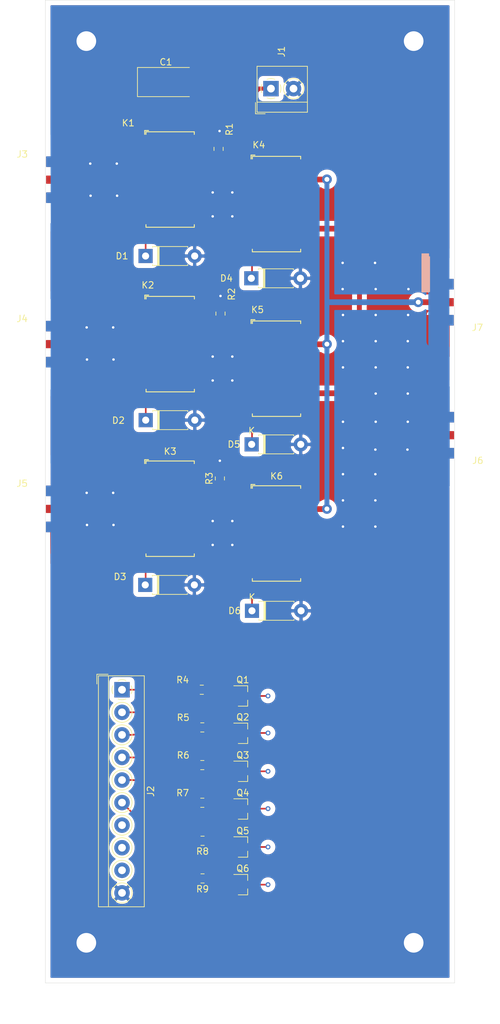
<source format=kicad_pcb>
(kicad_pcb (version 20171130) (host pcbnew "(5.1.4)-1")
  (layers (0 F.Cu signal) (1 In1.Cu signal hide) (2 In2.Cu signal hide) (31 B.Cu signal hide) (34 B.Paste user hide) (35 F.Paste user hide) (36 B.SilkS user hide) (37 F.SilkS user) (38 B.Mask user) (39 F.Mask user) (44 Edge.Cuts user))
  (net 0 "")
  (net 1 GND)
  (net 2 /cntl1)
  (net 3 /cntl2)
  (net 4 /cntl3)
  (net 5 /cntl4)
  (net 6 /cntl5)
  (net 7 /cntl6)
  (net 8 +12V)
  (net 9 "Net-(J2-Pad1)")
  (net 10 "Net-(J2-Pad2)")
  (net 11 "Net-(J2-Pad3)")
  (net 12 "Net-(J2-Pad4)")
  (net 13 "Net-(J2-Pad5)")
  (net 14 "Net-(J2-Pad6)")
  (net 15 "Net-(J2-Pad7)")
  (net 16 "Net-(J2-Pad8)")
  (net 17 "Net-(J2-Pad9)")
  (net 18 "Net-(J3-Pad1)")
  (net 19 "Net-(J4-Pad1)")
  (net 20 "Net-(J5-Pad1)")
  (net 21 "Net-(J6-Pad1)")
  (net 22 "Net-(K1-Pad20)")
  (net 23 "Net-(K1-Pad14)")
  (net 24 "Net-(K2-Pad14)")
  (net 25 "Net-(K2-Pad20)")
  (net 26 "Net-(Q1-Pad1)")
  (net 27 "Net-(Q2-Pad1)")
  (net 28 "Net-(Q3-Pad1)")
  (net 29 "Net-(Q4-Pad1)")
  (net 30 "Net-(J7-Pad1)")
  (net 31 "Net-(K3-Pad14)")
  (net 32 "Net-(K3-Pad20)")
  (net 33 "Net-(Q5-Pad1)")
  (net 34 "Net-(Q6-Pad1)")
  (module Diode_THT:D_DO-41_SOD81_P7.62mm_Horizontal (layer F.Cu) (at 136.1948 108.2548)
    (fp_text reference D1 (at -3.6576 0 180) (layer F.SilkS))
    (fp_text value SM4001)
    (pad 2 thru_hole oval (at 7.62 0) (size 2.2 2.2) (drill 1.1) (layers *.Cu *.Mask) (net 1 GND))
    (pad 1 thru_hole rect (at 0 0) (size 2.2 2.2) (drill 1.1) (layers *.Cu *.Mask) (net 2 /cntl1))
  )
  (module Diode_THT:D_DO-41_SOD81_P7.62mm_Horizontal (layer F.Cu) (at 136.21258 133.7056)
    (fp_text reference D2 (at -4.23418 0.0508 180) (layer F.SilkS))
    (fp_text value SM4001)
    (pad 2 thru_hole oval (at 7.62 0) (size 2.2 2.2) (drill 1.1) (layers *.Cu *.Mask) (net 1 GND))
    (pad 1 thru_hole rect (at 0 0) (size 2.2 2.2) (drill 1.1) (layers *.Cu *.Mask) (net 3 /cntl2))
  )
  (module TerminalBlock_4Ucon:TerminalBlock_4Ucon_1x02_P3.50mm_Horizontal (layer F.Cu) (at 155.6512 82.296)
    (fp_text reference J1 (at 1.6383 -5.7277 90) (layer F.SilkS))
    (fp_text value Screw_Terminal_01x02)
    (pad 2 thru_hole circle (at 3.5 0) (size 2.4 2.4) (drill 1.2) (layers *.Cu *.Mask) (net 1 GND))
    (pad 1 thru_hole rect (at 0 0) (size 2.4 2.4) (drill 1.2) (layers *.Cu *.Mask) (net 8 +12V))
  )
  (module Resistor_SMD:R_0805_2012Metric (layer F.Cu) (at 147.5232 91.6432 90)
    (fp_text reference R1 (at 3.0249 1.6764 270) (layer F.SilkS))
    (fp_text value 50)
    (pad 2 smd roundrect (at 0.9375 0 90) (size 0.975 1.4) (layers F.Cu F.Paste F.Mask) (net 1 GND))
    (pad 1 smd roundrect (at -0.9375 0 90) (size 0.975 1.4) (layers F.Cu F.Paste F.Mask) (net 22 "Net-(K1-Pad20)"))
  )
  (module Resistor_SMD:R_0805_2012Metric (layer F.Cu) (at 147.82038 117.1829 90)
    (fp_text reference R2 (at 3.0099 1.7272 270) (layer F.SilkS))
    (fp_text value 50)
    (pad 2 smd roundrect (at 0.9375 0 90) (size 0.975 1.4) (layers F.Cu F.Paste F.Mask) (net 1 GND))
    (pad 1 smd roundrect (at -0.9375 0 90) (size 0.975 1.4) (layers F.Cu F.Paste F.Mask) (net 25 "Net-(K2-Pad20)"))
  )
  (module Resistor_SMD:R_0805_2012Metric (layer F.Cu) (at 144.9197 175.514 180)
    (fp_text reference R4 (at 2.9695 1.524 180) (layer F.SilkS))
    (fp_text value 10k)
    (pad 2 smd roundrect (at 0.9375 0 180) (size 0.975 1.4) (layers F.Cu F.Paste F.Mask) (net 9 "Net-(J2-Pad1)"))
    (pad 1 smd roundrect (at -0.9375 0 180) (size 0.975 1.4) (layers F.Cu F.Paste F.Mask) (net 26 "Net-(Q1-Pad1)"))
  )
  (module Resistor_SMD:R_0805_2012Metric (layer F.Cu) (at 144.9982 181.356 180)
    (fp_text reference R5 (at 2.9695 1.524 180) (layer F.SilkS))
    (fp_text value 10k)
    (pad 2 smd roundrect (at 0.9375 0 180) (size 0.975 1.4) (layers F.Cu F.Paste F.Mask) (net 10 "Net-(J2-Pad2)"))
    (pad 1 smd roundrect (at -0.9375 0 180) (size 0.975 1.4) (layers F.Cu F.Paste F.Mask) (net 27 "Net-(Q2-Pad1)"))
  )
  (module Resistor_SMD:R_0805_2012Metric (layer F.Cu) (at 144.9982 187.198 180)
    (fp_text reference R6 (at 2.9695 1.524 180) (layer F.SilkS))
    (fp_text value 10k)
    (pad 2 smd roundrect (at 0.9375 0 180) (size 0.975 1.4) (layers F.Cu F.Paste F.Mask) (net 11 "Net-(J2-Pad3)"))
    (pad 1 smd roundrect (at -0.9375 0 180) (size 0.975 1.4) (layers F.Cu F.Paste F.Mask) (net 28 "Net-(Q3-Pad1)"))
  )
  (module Resistor_SMD:R_0805_2012Metric (layer F.Cu) (at 144.9982 193.04 180)
    (fp_text reference R7 (at 3.048 1.524 180) (layer F.SilkS))
    (fp_text value 10k)
    (pad 2 smd roundrect (at 0.9375 0 180) (size 0.975 1.4) (layers F.Cu F.Paste F.Mask) (net 12 "Net-(J2-Pad4)"))
    (pad 1 smd roundrect (at -0.9375 0 180) (size 0.975 1.4) (layers F.Cu F.Paste F.Mask) (net 29 "Net-(Q4-Pad1)"))
  )
  (module Capacitor_Tantalum_SMD:CP_EIA-7343-30_AVX-N (layer F.Cu) (at 139.3444 81.28)
    (fp_text reference C1 (at 0 -3.1) (layer F.SilkS))
    (fp_text value CP1)
    (pad 1 smd roundrect (at -3.1125 0) (size 2.075 2.55) (layers F.Cu F.Paste F.Mask) (roundrect_rratio 0.120482) (net 8 +12V))
    (pad 2 smd roundrect (at 3.1125 0) (size 2.075 2.55) (layers F.Cu F.Paste F.Mask) (roundrect_rratio 0.120482) (net 1 GND))
  )
  (module TerminalBlock_4Ucon:TerminalBlock_4Ucon_1x10_P3.50mm_Horizontal (layer F.Cu) (at 132.5372 175.514 270)
    (fp_text reference J2 (at 15.75 -4.46 90) (layer F.SilkS))
    (fp_text value Screw_Terminal_01x10)
    (pad 1 thru_hole rect (at 0 0 270) (size 2.4 2.4) (drill 1.2) (layers *.Cu *.Mask) (net 9 "Net-(J2-Pad1)"))
    (pad 2 thru_hole circle (at 3.5 0 270) (size 2.4 2.4) (drill 1.2) (layers *.Cu *.Mask) (net 10 "Net-(J2-Pad2)"))
    (pad 3 thru_hole circle (at 7 0 270) (size 2.4 2.4) (drill 1.2) (layers *.Cu *.Mask) (net 11 "Net-(J2-Pad3)"))
    (pad 4 thru_hole circle (at 10.5 0 270) (size 2.4 2.4) (drill 1.2) (layers *.Cu *.Mask) (net 12 "Net-(J2-Pad4)"))
    (pad 5 thru_hole circle (at 14 0 270) (size 2.4 2.4) (drill 1.2) (layers *.Cu *.Mask) (net 13 "Net-(J2-Pad5)"))
    (pad 6 thru_hole circle (at 17.5 0 270) (size 2.4 2.4) (drill 1.2) (layers *.Cu *.Mask) (net 14 "Net-(J2-Pad6)"))
    (pad 7 thru_hole circle (at 21 0 270) (size 2.4 2.4) (drill 1.2) (layers *.Cu *.Mask) (net 15 "Net-(J2-Pad7)"))
    (pad 8 thru_hole circle (at 24.5 0 270) (size 2.4 2.4) (drill 1.2) (layers *.Cu *.Mask) (net 16 "Net-(J2-Pad8)"))
    (pad 9 thru_hole circle (at 28 0 270) (size 2.4 2.4) (drill 1.2) (layers *.Cu *.Mask) (net 17 "Net-(J2-Pad9)"))
    (pad 10 thru_hole circle (at 31.5 0 270) (size 2.4 2.4) (drill 1.2) (layers *.Cu *.Mask) (net 1 GND))
  )
  (module Relay_SMD:Relay_SPDT_AXICOM_HF3Series_50ohms_Pitch1.27mm (layer F.Cu) (at 139.954 96.393)
    (fp_text reference K1 (at -6.4516 -8.763) (layer F.SilkS))
    (fp_text value HF3-57)
    (pad 22 smd rect (at 3.75 -6.35) (size 2.5 0.7) (layers F.Cu F.Paste F.Mask) (net 1 GND))
    (pad 21 smd rect (at 4 -5.08) (size 2 0.7) (layers F.Cu F.Paste F.Mask) (net 1 GND))
    (pad 20 smd rect (at 4 -3.81) (size 2 0.9) (layers F.Cu F.Paste F.Mask) (net 22 "Net-(K1-Pad20)"))
    (pad 19 smd rect (at 4 -2.54) (size 2 0.7) (layers F.Cu F.Paste F.Mask) (net 1 GND))
    (pad 17 smd rect (at 4 0) (size 2 0.9) (layers F.Cu F.Paste F.Mask) (net 1 GND))
    (pad 15 smd rect (at 4 2.54) (size 2 0.7) (layers F.Cu F.Paste F.Mask) (net 1 GND))
    (pad 14 smd rect (at 4 3.81) (size 2 0.9) (layers F.Cu F.Paste F.Mask) (net 23 "Net-(K1-Pad14)"))
    (pad 13 smd rect (at 4 5.08) (size 2 0.7) (layers F.Cu F.Paste F.Mask) (net 1 GND))
    (pad 12 smd rect (at 3.75 6.35) (size 2.5 0.7) (layers F.Cu F.Paste F.Mask) (net 1 GND))
    (pad 11 smd rect (at -3.75 6.35) (size 2.5 0.7) (layers F.Cu F.Paste F.Mask) (net 2 /cntl1))
    (pad 10 smd rect (at -4 5.08) (size 2 0.9) (layers F.Cu F.Paste F.Mask) (net 1 GND))
    (pad 7 smd rect (at -4 1.27) (size 2 0.7) (layers F.Cu F.Paste F.Mask) (net 1 GND))
    (pad 6 smd rect (at -4 0) (size 2 0.9) (layers F.Cu F.Paste F.Mask) (net 18 "Net-(J3-Pad1)"))
    (pad 5 smd rect (at -4 -1.27) (size 2 0.7) (layers F.Cu F.Paste F.Mask) (net 1 GND))
    (pad 2 smd rect (at -4 -5.08) (size 2 0.9) (layers F.Cu F.Paste F.Mask) (net 1 GND))
    (pad 1 smd rect (at -3.75 -6.35) (size 2.5 0.7) (layers F.Cu F.Paste F.Mask) (net 8 +12V))
  )
  (module Relay_SMD:Relay_SPDT_AXICOM_HF3Series_50ohms_Pitch1.27mm (layer F.Cu) (at 139.97178 121.92)
    (fp_text reference K2 (at -3.42138 -9.144) (layer F.SilkS))
    (fp_text value HF3-57)
    (pad 1 smd rect (at -3.75 -6.35) (size 2.5 0.7) (layers F.Cu F.Paste F.Mask) (net 8 +12V))
    (pad 2 smd rect (at -4 -5.08) (size 2 0.9) (layers F.Cu F.Paste F.Mask) (net 1 GND))
    (pad 5 smd rect (at -4 -1.27) (size 2 0.7) (layers F.Cu F.Paste F.Mask) (net 1 GND))
    (pad 6 smd rect (at -4 0) (size 2 0.9) (layers F.Cu F.Paste F.Mask) (net 19 "Net-(J4-Pad1)"))
    (pad 7 smd rect (at -4 1.27) (size 2 0.7) (layers F.Cu F.Paste F.Mask) (net 1 GND))
    (pad 10 smd rect (at -4 5.08) (size 2 0.9) (layers F.Cu F.Paste F.Mask) (net 1 GND))
    (pad 11 smd rect (at -3.75 6.35) (size 2.5 0.7) (layers F.Cu F.Paste F.Mask) (net 3 /cntl2))
    (pad 12 smd rect (at 3.75 6.35) (size 2.5 0.7) (layers F.Cu F.Paste F.Mask) (net 1 GND))
    (pad 13 smd rect (at 4 5.08) (size 2 0.7) (layers F.Cu F.Paste F.Mask) (net 1 GND))
    (pad 14 smd rect (at 4 3.81) (size 2 0.9) (layers F.Cu F.Paste F.Mask) (net 24 "Net-(K2-Pad14)"))
    (pad 15 smd rect (at 4 2.54) (size 2 0.7) (layers F.Cu F.Paste F.Mask) (net 1 GND))
    (pad 17 smd rect (at 4 0) (size 2 0.9) (layers F.Cu F.Paste F.Mask) (net 1 GND))
    (pad 19 smd rect (at 4 -2.54) (size 2 0.7) (layers F.Cu F.Paste F.Mask) (net 1 GND))
    (pad 20 smd rect (at 4 -3.81) (size 2 0.9) (layers F.Cu F.Paste F.Mask) (net 25 "Net-(K2-Pad20)"))
    (pad 21 smd rect (at 4 -5.08) (size 2 0.7) (layers F.Cu F.Paste F.Mask) (net 1 GND))
    (pad 22 smd rect (at 3.75 -6.35) (size 2.5 0.7) (layers F.Cu F.Paste F.Mask) (net 1 GND))
  )
  (module Relay_SMD:Relay_SPDT_AXICOM_HF3Series_50ohms_Pitch1.27mm (layer F.Cu) (at 156.464 100.203)
    (fp_text reference K4 (at -2.6924 -9.1694) (layer F.SilkS))
    (fp_text value HF3-57)
    (pad 22 smd rect (at 3.75 -6.35) (size 2.5 0.7) (layers F.Cu F.Paste F.Mask) (net 1 GND))
    (pad 21 smd rect (at 4 -5.08) (size 2 0.7) (layers F.Cu F.Paste F.Mask) (net 1 GND))
    (pad 20 smd rect (at 4 -3.81) (size 2 0.9) (layers F.Cu F.Paste F.Mask) (net 30 "Net-(J7-Pad1)"))
    (pad 19 smd rect (at 4 -2.54) (size 2 0.7) (layers F.Cu F.Paste F.Mask) (net 1 GND))
    (pad 17 smd rect (at 4 0) (size 2 0.9) (layers F.Cu F.Paste F.Mask) (net 1 GND))
    (pad 15 smd rect (at 4 2.54) (size 2 0.7) (layers F.Cu F.Paste F.Mask) (net 1 GND))
    (pad 14 smd rect (at 4 3.81) (size 2 0.9) (layers F.Cu F.Paste F.Mask) (net 21 "Net-(J6-Pad1)"))
    (pad 13 smd rect (at 4 5.08) (size 2 0.7) (layers F.Cu F.Paste F.Mask) (net 1 GND))
    (pad 12 smd rect (at 3.75 6.35) (size 2.5 0.7) (layers F.Cu F.Paste F.Mask) (net 1 GND))
    (pad 11 smd rect (at -3.75 6.35) (size 2.5 0.7) (layers F.Cu F.Paste F.Mask) (net 5 /cntl4))
    (pad 10 smd rect (at -4 5.08) (size 2 0.9) (layers F.Cu F.Paste F.Mask) (net 1 GND))
    (pad 7 smd rect (at -4 1.27) (size 2 0.7) (layers F.Cu F.Paste F.Mask) (net 1 GND))
    (pad 6 smd rect (at -4 0) (size 2 0.9) (layers F.Cu F.Paste F.Mask) (net 23 "Net-(K1-Pad14)"))
    (pad 5 smd rect (at -4 -1.27) (size 2 0.7) (layers F.Cu F.Paste F.Mask) (net 1 GND))
    (pad 2 smd rect (at -4 -5.08) (size 2 0.9) (layers F.Cu F.Paste F.Mask) (net 1 GND))
    (pad 1 smd rect (at -3.75 -6.35) (size 2.5 0.7) (layers F.Cu F.Paste F.Mask) (net 8 +12V))
  )
  (module Relay_SMD:Relay_SPDT_AXICOM_HF3Series_50ohms_Pitch1.27mm (layer F.Cu) (at 156.464 125.73)
    (fp_text reference K5 (at -2.8956 -9.144) (layer F.SilkS))
    (fp_text value HF3-57)
    (pad 22 smd rect (at 3.75 -6.35) (size 2.5 0.7) (layers F.Cu F.Paste F.Mask) (net 1 GND))
    (pad 21 smd rect (at 4 -5.08) (size 2 0.7) (layers F.Cu F.Paste F.Mask) (net 1 GND))
    (pad 20 smd rect (at 4 -3.81) (size 2 0.9) (layers F.Cu F.Paste F.Mask) (net 30 "Net-(J7-Pad1)"))
    (pad 19 smd rect (at 4 -2.54) (size 2 0.7) (layers F.Cu F.Paste F.Mask) (net 1 GND))
    (pad 17 smd rect (at 4 0) (size 2 0.9) (layers F.Cu F.Paste F.Mask) (net 1 GND))
    (pad 15 smd rect (at 4 2.54) (size 2 0.7) (layers F.Cu F.Paste F.Mask) (net 1 GND))
    (pad 14 smd rect (at 4 3.81) (size 2 0.9) (layers F.Cu F.Paste F.Mask) (net 21 "Net-(J6-Pad1)"))
    (pad 13 smd rect (at 4 5.08) (size 2 0.7) (layers F.Cu F.Paste F.Mask) (net 1 GND))
    (pad 12 smd rect (at 3.75 6.35) (size 2.5 0.7) (layers F.Cu F.Paste F.Mask) (net 1 GND))
    (pad 11 smd rect (at -3.75 6.35) (size 2.5 0.7) (layers F.Cu F.Paste F.Mask) (net 6 /cntl5))
    (pad 10 smd rect (at -4 5.08) (size 2 0.9) (layers F.Cu F.Paste F.Mask) (net 1 GND))
    (pad 7 smd rect (at -4 1.27) (size 2 0.7) (layers F.Cu F.Paste F.Mask) (net 1 GND))
    (pad 6 smd rect (at -4 0) (size 2 0.9) (layers F.Cu F.Paste F.Mask) (net 24 "Net-(K2-Pad14)"))
    (pad 5 smd rect (at -4 -1.27) (size 2 0.7) (layers F.Cu F.Paste F.Mask) (net 1 GND))
    (pad 2 smd rect (at -4 -5.08) (size 2 0.9) (layers F.Cu F.Paste F.Mask) (net 1 GND))
    (pad 1 smd rect (at -3.75 -6.35) (size 2.5 0.7) (layers F.Cu F.Paste F.Mask) (net 8 +12V))
  )
  (module Package_TO_SOT_SMD:SOT-23 (layer F.Cu) (at 151.2824 176.4792)
    (fp_text reference Q1 (at 0 -2.5) (layer F.SilkS))
    (fp_text value MMBT3904)
    (pad 3 smd rect (at 1 0) (size 0.9 0.8) (layers F.Cu F.Paste F.Mask) (net 2 /cntl1))
    (pad 2 smd rect (at -1 0.95) (size 0.9 0.8) (layers F.Cu F.Paste F.Mask) (net 1 GND))
    (pad 1 smd rect (at -1 -0.95) (size 0.9 0.8) (layers F.Cu F.Paste F.Mask) (net 26 "Net-(Q1-Pad1)"))
  )
  (module Package_TO_SOT_SMD:SOT-23 (layer F.Cu) (at 151.2824 182.2704)
    (fp_text reference Q2 (at 0 -2.5) (layer F.SilkS))
    (fp_text value MMBT3904)
    (pad 1 smd rect (at -1 -0.95) (size 0.9 0.8) (layers F.Cu F.Paste F.Mask) (net 27 "Net-(Q2-Pad1)"))
    (pad 2 smd rect (at -1 0.95) (size 0.9 0.8) (layers F.Cu F.Paste F.Mask) (net 1 GND))
    (pad 3 smd rect (at 1 0) (size 0.9 0.8) (layers F.Cu F.Paste F.Mask) (net 3 /cntl2))
  )
  (module Package_TO_SOT_SMD:SOT-23 (layer F.Cu) (at 151.2824 188.1632)
    (fp_text reference Q3 (at 0 -2.5) (layer F.SilkS))
    (fp_text value MMBT3904)
    (pad 3 smd rect (at 1 0) (size 0.9 0.8) (layers F.Cu F.Paste F.Mask) (net 4 /cntl3))
    (pad 2 smd rect (at -1 0.95) (size 0.9 0.8) (layers F.Cu F.Paste F.Mask) (net 1 GND))
    (pad 1 smd rect (at -1 -0.95) (size 0.9 0.8) (layers F.Cu F.Paste F.Mask) (net 28 "Net-(Q3-Pad1)"))
  )
  (module Package_TO_SOT_SMD:SOT-23 (layer F.Cu) (at 151.2824 194.0052)
    (fp_text reference Q4 (at 0 -2.5) (layer F.SilkS))
    (fp_text value MMBT3904)
    (pad 1 smd rect (at -1 -0.95) (size 0.9 0.8) (layers F.Cu F.Paste F.Mask) (net 29 "Net-(Q4-Pad1)"))
    (pad 2 smd rect (at -1 0.95) (size 0.9 0.8) (layers F.Cu F.Paste F.Mask) (net 1 GND))
    (pad 3 smd rect (at 1 0) (size 0.9 0.8) (layers F.Cu F.Paste F.Mask) (net 5 /cntl4))
  )
  (module Diode_THT:D_DO-41_SOD81_P7.62mm_Horizontal (layer F.Cu) (at 136.144 159.258)
    (fp_text reference D3 (at -3.9116 -1.27) (layer F.SilkS))
    (fp_text value SM4001)
    (pad 2 thru_hole oval (at 7.62 0) (size 2.2 2.2) (drill 1.1) (layers *.Cu *.Mask) (net 1 GND))
    (pad 1 thru_hole rect (at 0 0) (size 2.2 2.2) (drill 1.1) (layers *.Cu *.Mask) (net 4 /cntl3))
  )
  (module Diode_THT:D_DO-41_SOD81_P7.62mm_Horizontal (layer F.Cu) (at 152.6032 111.7092)
    (fp_text reference D4 (at -3.8608 0) (layer F.SilkS))
    (fp_text value SM4001)
    (pad 1 thru_hole rect (at 0 0) (size 2.2 2.2) (drill 1.1) (layers *.Cu *.Mask) (net 5 /cntl4))
    (pad 2 thru_hole oval (at 7.62 0) (size 2.2 2.2) (drill 1.1) (layers *.Cu *.Mask) (net 1 GND))
  )
  (module Diode_THT:D_DO-41_SOD81_P7.62mm_Horizontal (layer F.Cu) (at 152.654 137.4648)
    (fp_text reference D5 (at -2.7432 0) (layer F.SilkS))
    (fp_text value SM4001)
    (fp_text user K (at 0 -2.1) (layer F.SilkS))
    (pad 1 thru_hole rect (at 0 0) (size 2.2 2.2) (drill 1.1) (layers *.Cu *.Mask) (net 6 /cntl5))
    (pad 2 thru_hole oval (at 7.62 0) (size 2.2 2.2) (drill 1.1) (layers *.Cu *.Mask) (net 1 GND))
  )
  (module Diode_THT:D_DO-41_SOD81_P7.62mm_Horizontal (layer F.Cu) (at 152.7048 163.2712)
    (fp_text reference D6 (at -2.6924 0) (layer F.SilkS))
    (fp_text value SM4001)
    (fp_text user K (at 0 -2.1) (layer F.SilkS))
    (pad 2 thru_hole oval (at 7.62 0) (size 2.2 2.2) (drill 1.1) (layers *.Cu *.Mask) (net 1 GND))
    (pad 1 thru_hole rect (at 0 0) (size 2.2 2.2) (drill 1.1) (layers *.Cu *.Mask) (net 7 /cntl6))
  )
  (module Relay_SMD:Relay_SPDT_AXICOM_HF3Series_50ohms_Pitch1.27mm (layer F.Cu) (at 139.954 147.44192)
    (fp_text reference K3 (at 0.06 -8.89) (layer F.SilkS))
    (fp_text value HF3-57)
    (pad 1 smd rect (at -3.75 -6.35) (size 2.5 0.7) (layers F.Cu F.Paste F.Mask) (net 8 +12V))
    (pad 2 smd rect (at -4 -5.08) (size 2 0.9) (layers F.Cu F.Paste F.Mask) (net 1 GND))
    (pad 5 smd rect (at -4 -1.27) (size 2 0.7) (layers F.Cu F.Paste F.Mask) (net 1 GND))
    (pad 6 smd rect (at -4 0) (size 2 0.9) (layers F.Cu F.Paste F.Mask) (net 20 "Net-(J5-Pad1)"))
    (pad 7 smd rect (at -4 1.27) (size 2 0.7) (layers F.Cu F.Paste F.Mask) (net 1 GND))
    (pad 10 smd rect (at -4 5.08) (size 2 0.9) (layers F.Cu F.Paste F.Mask) (net 1 GND))
    (pad 11 smd rect (at -3.75 6.35) (size 2.5 0.7) (layers F.Cu F.Paste F.Mask) (net 4 /cntl3))
    (pad 12 smd rect (at 3.75 6.35) (size 2.5 0.7) (layers F.Cu F.Paste F.Mask) (net 1 GND))
    (pad 13 smd rect (at 4 5.08) (size 2 0.7) (layers F.Cu F.Paste F.Mask) (net 1 GND))
    (pad 14 smd rect (at 4 3.81) (size 2 0.9) (layers F.Cu F.Paste F.Mask) (net 31 "Net-(K3-Pad14)"))
    (pad 15 smd rect (at 4 2.54) (size 2 0.7) (layers F.Cu F.Paste F.Mask) (net 1 GND))
    (pad 17 smd rect (at 4 0) (size 2 0.9) (layers F.Cu F.Paste F.Mask) (net 1 GND))
    (pad 19 smd rect (at 4 -2.54) (size 2 0.7) (layers F.Cu F.Paste F.Mask) (net 1 GND))
    (pad 20 smd rect (at 4 -3.81) (size 2 0.9) (layers F.Cu F.Paste F.Mask) (net 32 "Net-(K3-Pad20)"))
    (pad 21 smd rect (at 4 -5.08) (size 2 0.7) (layers F.Cu F.Paste F.Mask) (net 1 GND))
    (pad 22 smd rect (at 3.75 -6.35) (size 2.5 0.7) (layers F.Cu F.Paste F.Mask) (net 1 GND))
  )
  (module Relay_SMD:Relay_SPDT_AXICOM_HF3Series_50ohms_Pitch1.27mm (layer F.Cu) (at 156.464 151.2824)
    (fp_text reference K6 (at 0.06 -8.89) (layer F.SilkS))
    (fp_text value HF3-57)
    (pad 22 smd rect (at 3.75 -6.35) (size 2.5 0.7) (layers F.Cu F.Paste F.Mask) (net 1 GND))
    (pad 21 smd rect (at 4 -5.08) (size 2 0.7) (layers F.Cu F.Paste F.Mask) (net 1 GND))
    (pad 20 smd rect (at 4 -3.81) (size 2 0.9) (layers F.Cu F.Paste F.Mask) (net 30 "Net-(J7-Pad1)"))
    (pad 19 smd rect (at 4 -2.54) (size 2 0.7) (layers F.Cu F.Paste F.Mask) (net 1 GND))
    (pad 17 smd rect (at 4 0) (size 2 0.9) (layers F.Cu F.Paste F.Mask) (net 1 GND))
    (pad 15 smd rect (at 4 2.54) (size 2 0.7) (layers F.Cu F.Paste F.Mask) (net 1 GND))
    (pad 14 smd rect (at 4 3.81) (size 2 0.9) (layers F.Cu F.Paste F.Mask) (net 21 "Net-(J6-Pad1)"))
    (pad 13 smd rect (at 4 5.08) (size 2 0.7) (layers F.Cu F.Paste F.Mask) (net 1 GND))
    (pad 12 smd rect (at 3.75 6.35) (size 2.5 0.7) (layers F.Cu F.Paste F.Mask) (net 1 GND))
    (pad 11 smd rect (at -3.75 6.35) (size 2.5 0.7) (layers F.Cu F.Paste F.Mask) (net 7 /cntl6))
    (pad 10 smd rect (at -4 5.08) (size 2 0.9) (layers F.Cu F.Paste F.Mask) (net 1 GND))
    (pad 7 smd rect (at -4 1.27) (size 2 0.7) (layers F.Cu F.Paste F.Mask) (net 1 GND))
    (pad 6 smd rect (at -4 0) (size 2 0.9) (layers F.Cu F.Paste F.Mask) (net 31 "Net-(K3-Pad14)"))
    (pad 5 smd rect (at -4 -1.27) (size 2 0.7) (layers F.Cu F.Paste F.Mask) (net 1 GND))
    (pad 2 smd rect (at -4 -5.08) (size 2 0.9) (layers F.Cu F.Paste F.Mask) (net 1 GND))
    (pad 1 smd rect (at -3.75 -6.35) (size 2.5 0.7) (layers F.Cu F.Paste F.Mask) (net 8 +12V))
  )
  (module Package_TO_SOT_SMD:SOT-23 (layer F.Cu) (at 151.2824 199.898)
    (fp_text reference Q5 (at 0 -2.5) (layer F.SilkS))
    (fp_text value MMBT3904)
    (pad 3 smd rect (at 1 0) (size 0.9 0.8) (layers F.Cu F.Paste F.Mask) (net 6 /cntl5))
    (pad 2 smd rect (at -1 0.95) (size 0.9 0.8) (layers F.Cu F.Paste F.Mask) (net 1 GND))
    (pad 1 smd rect (at -1 -0.95) (size 0.9 0.8) (layers F.Cu F.Paste F.Mask) (net 33 "Net-(Q5-Pad1)"))
  )
  (module Package_TO_SOT_SMD:SOT-23 (layer F.Cu) (at 151.2824 205.74)
    (fp_text reference Q6 (at 0 -2.5) (layer F.SilkS))
    (fp_text value MMBT3904)
    (pad 1 smd rect (at -1 -0.95) (size 0.9 0.8) (layers F.Cu F.Paste F.Mask) (net 34 "Net-(Q6-Pad1)"))
    (pad 2 smd rect (at -1 0.95) (size 0.9 0.8) (layers F.Cu F.Paste F.Mask) (net 1 GND))
    (pad 3 smd rect (at 1 0) (size 0.9 0.8) (layers F.Cu F.Paste F.Mask) (net 7 /cntl6))
  )
  (module Resistor_SMD:R_0805_2012Metric (layer F.Cu) (at 147.7264 142.748 90)
    (fp_text reference R3 (at 0 -1.65 90) (layer F.SilkS))
    (fp_text value 50)
    (pad 1 smd roundrect (at -0.9375 0 90) (size 0.975 1.4) (layers F.Cu F.Paste F.Mask) (net 32 "Net-(K3-Pad20)"))
    (pad 2 smd roundrect (at 0.9375 0 90) (size 0.975 1.4) (layers F.Cu F.Paste F.Mask) (net 1 GND))
  )
  (module Resistor_SMD:R_0805_2012Metric (layer F.Cu) (at 145.034 198.9328 180)
    (fp_text reference R8 (at 0 -1.65) (layer F.SilkS))
    (fp_text value 10k)
    (pad 1 smd roundrect (at -0.9375 0 180) (size 0.975 1.4) (layers F.Cu F.Paste F.Mask) (net 33 "Net-(Q5-Pad1)"))
    (pad 2 smd roundrect (at 0.9375 0 180) (size 0.975 1.4) (layers F.Cu F.Paste F.Mask) (net 13 "Net-(J2-Pad5)"))
  )
  (module Resistor_SMD:R_0805_2012Metric (layer F.Cu) (at 145.034 204.7748 180)
    (fp_text reference R9 (at 0 -1.65) (layer F.SilkS))
    (fp_text value 10k)
    (pad 2 smd roundrect (at 0.9375 0 180) (size 0.975 1.4) (layers F.Cu F.Paste F.Mask) (net 14 "Net-(J2-Pad6)"))
    (pad 1 smd roundrect (at -0.9375 0 180) (size 0.975 1.4) (layers F.Cu F.Paste F.Mask) (net 34 "Net-(Q6-Pad1)"))
  )
  (module conn_sma_edgemnt:conn_sma_edgemnt (layer F.Cu) (at 120.6246 96.4184)
    (fp_text reference J3 (at -3.556 -3.937) (layer F.SilkS))
    (fp_text value Conn_Coaxial)
    (fp_poly (pts (xy 0.1905 -2.032) (xy 0.1905 -3.556) (xy 3.4925 -3.556) (xy 3.4925 -2.032)) (layer F.Cu) (width 0.127))
    (fp_poly (pts (xy 0.1905 3.556) (xy 0.1905 2.032) (xy 3.4925 2.032) (xy 3.4925 3.556)) (layer F.Cu) (width 0.127))
    (fp_poly (pts (xy 0.1905 0.5715) (xy 0.1905 -0.5715) (xy 3.4925 -0.5715) (xy 3.4925 0.5715)) (layer F.Cu) (width 0.127))
    (fp_poly (pts (xy 0.1905 -2.032) (xy 0.1905 -3.556) (xy 3.4925 -3.556) (xy 3.4925 -2.032)) (layer B.Cu) (width 0.127))
    (fp_poly (pts (xy 0.1905 3.556) (xy 0.1905 2.032) (xy 3.4925 2.032) (xy 3.4925 3.556)) (layer B.Cu) (width 0.127))
    (pad 1 smd circle (at 1.651 0) (size 0.635 0.635) (layers F.Cu F.Mask) (net 18 "Net-(J3-Pad1)"))
    (pad 2 smd circle (at 1.5875 -2.794) (size 0.635 0.635) (layers F.Cu F.Mask) (net 1 GND))
    (pad 2 smd circle (at 1.7145 2.794) (size 0.635 0.635) (layers F.Cu F.Mask) (net 1 GND))
  )
  (module conn_sma_edgemnt:conn_sma_edgemnt (layer F.Cu) (at 120.5992 121.92)
    (fp_text reference J4 (at -3.556 -3.937) (layer F.SilkS))
    (fp_text value Conn_Coaxial)
    (fp_poly (pts (xy 0.1905 3.556) (xy 0.1905 2.032) (xy 3.4925 2.032) (xy 3.4925 3.556)) (layer B.Cu) (width 0.127))
    (fp_poly (pts (xy 0.1905 -2.032) (xy 0.1905 -3.556) (xy 3.4925 -3.556) (xy 3.4925 -2.032)) (layer B.Cu) (width 0.127))
    (fp_poly (pts (xy 0.1905 0.5715) (xy 0.1905 -0.5715) (xy 3.4925 -0.5715) (xy 3.4925 0.5715)) (layer F.Cu) (width 0.127))
    (fp_poly (pts (xy 0.1905 3.556) (xy 0.1905 2.032) (xy 3.4925 2.032) (xy 3.4925 3.556)) (layer F.Cu) (width 0.127))
    (fp_poly (pts (xy 0.1905 -2.032) (xy 0.1905 -3.556) (xy 3.4925 -3.556) (xy 3.4925 -2.032)) (layer F.Cu) (width 0.127))
    (pad 2 smd circle (at 1.7145 2.794) (size 0.635 0.635) (layers F.Cu F.Mask) (net 1 GND))
    (pad 2 smd circle (at 1.5875 -2.794) (size 0.635 0.635) (layers F.Cu F.Mask) (net 1 GND))
    (pad 1 smd circle (at 1.651 0) (size 0.635 0.635) (layers F.Cu F.Mask) (net 19 "Net-(J4-Pad1)"))
  )
  (module conn_sma_edgemnt:conn_sma_edgemnt (layer F.Cu) (at 120.5992 147.4724)
    (fp_text reference J5 (at -3.556 -3.937) (layer F.SilkS))
    (fp_text value Conn_Coaxial)
    (fp_poly (pts (xy 0.1905 -2.032) (xy 0.1905 -3.556) (xy 3.4925 -3.556) (xy 3.4925 -2.032)) (layer F.Cu) (width 0.127))
    (fp_poly (pts (xy 0.1905 3.556) (xy 0.1905 2.032) (xy 3.4925 2.032) (xy 3.4925 3.556)) (layer F.Cu) (width 0.127))
    (fp_poly (pts (xy 0.1905 0.5715) (xy 0.1905 -0.5715) (xy 3.4925 -0.5715) (xy 3.4925 0.5715)) (layer F.Cu) (width 0.127))
    (fp_poly (pts (xy 0.1905 -2.032) (xy 0.1905 -3.556) (xy 3.4925 -3.556) (xy 3.4925 -2.032)) (layer B.Cu) (width 0.127))
    (fp_poly (pts (xy 0.1905 3.556) (xy 0.1905 2.032) (xy 3.4925 2.032) (xy 3.4925 3.556)) (layer B.Cu) (width 0.127))
    (pad 1 smd circle (at 1.651 0) (size 0.635 0.635) (layers F.Cu F.Mask) (net 20 "Net-(J5-Pad1)"))
    (pad 2 smd circle (at 1.5875 -2.794) (size 0.635 0.635) (layers F.Cu F.Mask) (net 1 GND))
    (pad 2 smd circle (at 1.7145 2.794) (size 0.635 0.635) (layers F.Cu F.Mask) (net 1 GND))
  )
  (module conn_sma_edgemnt:conn_sma_edgemnt (layer F.Cu) (at 184.2008 136.0424 180)
    (fp_text reference J6 (at -3.556 -3.937) (layer F.SilkS))
    (fp_text value Conn_Coaxial)
    (fp_poly (pts (xy 0.1905 -2.032) (xy 0.1905 -3.556) (xy 3.4925 -3.556) (xy 3.4925 -2.032)) (layer F.Cu) (width 0.127))
    (fp_poly (pts (xy 0.1905 3.556) (xy 0.1905 2.032) (xy 3.4925 2.032) (xy 3.4925 3.556)) (layer F.Cu) (width 0.127))
    (fp_poly (pts (xy 0.1905 0.5715) (xy 0.1905 -0.5715) (xy 3.4925 -0.5715) (xy 3.4925 0.5715)) (layer F.Cu) (width 0.127))
    (fp_poly (pts (xy 0.1905 -2.032) (xy 0.1905 -3.556) (xy 3.4925 -3.556) (xy 3.4925 -2.032)) (layer B.Cu) (width 0.127))
    (fp_poly (pts (xy 0.1905 3.556) (xy 0.1905 2.032) (xy 3.4925 2.032) (xy 3.4925 3.556)) (layer B.Cu) (width 0.127))
    (pad 1 smd circle (at 1.651 0 180) (size 0.635 0.635) (layers F.Cu F.Mask) (net 21 "Net-(J6-Pad1)"))
    (pad 2 smd circle (at 1.5875 -2.794 180) (size 0.635 0.635) (layers F.Cu F.Mask) (net 1 GND))
    (pad 2 smd circle (at 1.7145 2.794 180) (size 0.635 0.635) (layers F.Cu F.Mask) (net 1 GND))
  )
  (module conn_sma_edgemnt:conn_sma_edgemnt (layer F.Cu) (at 184.15 115.4176 180)
    (fp_text reference J7 (at -3.556 -3.937) (layer F.SilkS))
    (fp_text value Conn_Coaxial)
    (fp_poly (pts (xy 0.1905 3.556) (xy 0.1905 2.032) (xy 3.4925 2.032) (xy 3.4925 3.556)) (layer B.Cu) (width 0.127))
    (fp_poly (pts (xy 0.1905 -2.032) (xy 0.1905 -3.556) (xy 3.4925 -3.556) (xy 3.4925 -2.032)) (layer B.Cu) (width 0.127))
    (fp_poly (pts (xy 0.1905 0.5715) (xy 0.1905 -0.5715) (xy 3.4925 -0.5715) (xy 3.4925 0.5715)) (layer F.Cu) (width 0.127))
    (fp_poly (pts (xy 0.1905 3.556) (xy 0.1905 2.032) (xy 3.4925 2.032) (xy 3.4925 3.556)) (layer F.Cu) (width 0.127))
    (fp_poly (pts (xy 0.1905 -2.032) (xy 0.1905 -3.556) (xy 3.4925 -3.556) (xy 3.4925 -2.032)) (layer F.Cu) (width 0.127))
    (pad 2 smd circle (at 1.7145 2.794 180) (size 0.635 0.635) (layers F.Cu F.Mask) (net 1 GND))
    (pad 2 smd circle (at 1.5875 -2.794 180) (size 0.635 0.635) (layers F.Cu F.Mask) (net 1 GND))
    (pad 1 smd circle (at 1.651 0 180) (size 0.635 0.635) (layers F.Cu F.Mask) (net 30 "Net-(J7-Pad1)"))
  )
  (gr_poly (pts (xy 179.07 108.3564) (xy 179.07 113.792) (xy 180.2892 113.792) (xy 180.2892 108.3564)) (layer B.SilkS) (width 0.1))
  (gr_poly (pts (xy 180.1368 107.8992) (xy 180.1368 113.8428) (xy 179.07 113.8428) (xy 179.07 107.8992) (xy 180.1876 107.8992)) (layer B.SilkS) (width 0.1))
  (gr_poly (pts (xy 179.5272 138.0744) (xy 180.8988 138.0744) (xy 180.8988 139.5984) (xy 179.5272 139.5984)) (layer F.Cu) (width 0.1))
  (gr_poly (pts (xy 179.4764 132.4864) (xy 180.848 132.4864) (xy 180.848 134.0104) (xy 179.4764 134.0104)) (layer F.Cu) (width 0.1))
  (gr_poly (pts (xy 179.5272 117.4496) (xy 180.8988 117.4496) (xy 180.8988 118.9736) (xy 179.5272 118.9736)) (layer F.Cu) (width 0.1))
  (gr_poly (pts (xy 179.4764 111.8616) (xy 180.848 111.8616) (xy 180.848 113.3856) (xy 179.4764 113.3856)) (layer F.Cu) (width 0.1))
  (gr_poly (pts (xy 124.0028 98.4504) (xy 125.3744 98.4504) (xy 125.3744 99.9744) (xy 124.0028 99.9744)) (layer F.Cu) (width 0.1))
  (gr_poly (pts (xy 123.952 92.8116) (xy 125.3236 92.8116) (xy 125.3236 94.3356) (xy 123.952 94.3356)) (layer F.Cu) (width 0.1))
  (gr_poly (pts (xy 123.9012 118.364) (xy 125.2728 118.364) (xy 125.2728 119.888) (xy 123.9012 119.888)) (layer F.Cu) (width 0.1))
  (gr_poly (pts (xy 123.8504 123.952) (xy 125.222 123.952) (xy 125.222 125.476) (xy 123.8504 125.476)) (layer F.Cu) (width 0.1))
  (gr_poly (pts (xy 124.0028 149.5044) (xy 125.3744 149.5044) (xy 125.3744 151.0284) (xy 124.0028 151.0284)) (layer F.Cu) (width 0.1))
  (gr_poly (pts (xy 123.952 143.9672) (xy 125.3236 143.9672) (xy 125.3236 145.4912) (xy 123.952 145.4912)) (layer F.Cu) (width 0.1))
  (gr_poly (pts (xy 183.2864 144.4244) (xy 183.2864 139.5476) (xy 179.5272 139.5476) (xy 179.5272 144.4244)) (layer F.Cu) (width 0.1))
  (gr_poly (pts (xy 183.2864 132.5372) (xy 183.261 127.254) (xy 179.3113 127.254) (xy 179.3367 132.5372)) (layer F.Cu) (width 0.1))
  (gr_poly (pts (xy 183.3372 123.8504) (xy 183.3372 118.872) (xy 179.4256 118.872) (xy 179.4256 123.8504)) (layer F.Cu) (width 0.1))
  (gr_poly (pts (xy 183.2356 111.8616) (xy 183.261 106.4768) (xy 179.2859 106.4768) (xy 179.2605 111.8616)) (layer F.Cu) (width 0.1))
  (gr_poly (pts (xy 125.3363 155.956) (xy 125.3109 150.9776) (xy 121.4501 150.9776) (xy 121.4755 155.956)) (layer F.Cu) (width 0.1))
  (gr_poly (pts (xy 125.2728 143.9672) (xy 125.2728 138.7856) (xy 121.5136 138.7856) (xy 121.5136 143.9672)) (layer F.Cu) (width 0.1))
  (gr_poly (pts (xy 125.5903 104.8004) (xy 125.5649 99.9236) (xy 121.5644 99.9236) (xy 121.5898 104.8004)) (layer F.Cu) (width 0.1))
  (gr_poly (pts (xy 125.476 92.9132) (xy 125.476 87.7824) (xy 121.5644 87.7824) (xy 121.5644 92.9132)) (layer F.Cu) (width 0.1))
  (gr_poly (pts (xy 125.3236 130.3528) (xy 125.3236 125.4252) (xy 121.5644 125.4252) (xy 121.5644 130.3528)) (layer F.Cu) (width 0.1))
  (gr_poly (pts (xy 125.3236 118.4148) (xy 125.3236 113.3856) (xy 121.5644 113.3856) (xy 121.5644 118.4148)) (layer F.Cu) (width 0.1))
  (gr_poly (pts (xy 180.14315 107.8992) (xy 180.13045 122.9868) (xy 183.2737 122.9868) (xy 183.2991 107.8992)) (layer B.Cu) (width 0.1))
  (gr_poly (pts (xy 178.5112 128.524) (xy 183.3372 128.524) (xy 183.3372 143.9164) (xy 178.5112 143.9164)) (layer B.Cu) (width 0.1))
  (gr_poly (pts (xy 121.5009 139.192) (xy 126.8349 139.192) (xy 126.8603 155.448) (xy 121.5263 155.448)) (layer B.Cu) (width 0.1))
  (gr_poly (pts (xy 121.5136 114.0968) (xy 126.492 114.0968) (xy 126.492 129.794) (xy 121.5136 129.794)) (layer B.Cu) (width 0.1))
  (gr_poly (pts (xy 121.4882 88.4428) (xy 126.7714 88.4428) (xy 126.8222 104.5464) (xy 121.539 104.5464)) (layer B.Cu) (width 0.1))
  (gr_line (start 120.65 68.58) (end 120.65 220.98) (layer Edge.Cuts) (width 0.05))
  (gr_line (start 184.15 68.58) (end 184.15 220.98) (layer Edge.Cuts) (width 0.05))
  (gr_line (start 120.65 227.33) (end 120.65 227.33) (layer Edge.Cuts) (width 0.05))
  (gr_line (start 120.65 68.58) (end 184.15 68.58) (layer Edge.Cuts) (width 0.05))
  (gr_line (start 120.65 220.98) (end 184.15 220.98) (layer Edge.Cuts) (width 0.05))
  (via (at 176.8856 125.5268) (size 0.762) (drill 0.381) (layers F.Cu B.Cu) (net 1))
  (via (at 176.8856 129.5908) (size 0.762) (drill 0.381) (layers F.Cu B.Cu) (net 1))
  (via (at 176.8856 121.4628) (size 0.762) (drill 0.381) (layers F.Cu B.Cu) (net 1))
  (via (at 149.6568 153.0604) (size 0.762) (drill 0.381) (layers F.Cu B.Cu) (net 1))
  (via (at 146.6088 149.352) (size 0.762) (drill 0.381) (layers F.Cu B.Cu) (net 1))
  (via (at 149.6568 149.352) (size 0.762) (drill 0.381) (layers F.Cu B.Cu) (net 1))
  (via (at 146.6088 153.0604) (size 0.762) (drill 0.381) (layers F.Cu B.Cu) (net 1))
  (via (at 146.6088 123.8504) (size 0.762) (drill 0.381) (layers F.Cu B.Cu) (net 1))
  (via (at 149.6568 127.5588) (size 0.762) (drill 0.381) (layers F.Cu B.Cu) (net 1))
  (via (at 146.6088 127.5588) (size 0.762) (drill 0.381) (layers F.Cu B.Cu) (net 1))
  (via (at 149.6568 123.8504) (size 0.762) (drill 0.381) (layers F.Cu B.Cu) (net 1))
  (via (at 149.6568 98.3996) (size 0.762) (drill 0.381) (layers F.Cu B.Cu) (net 1))
  (via (at 149.6568 102.108) (size 0.762) (drill 0.381) (layers F.Cu B.Cu) (net 1))
  (via (at 146.6088 102.108) (size 0.762) (drill 0.381) (layers F.Cu B.Cu) (net 1))
  (via (at 171.8056 109.3216) (size 0.762) (drill 0.381) (layers F.Cu B.Cu) (net 1))
  (via (at 166.7764 109.3216) (size 0.762) (drill 0.381) (layers F.Cu B.Cu) (net 1))
  (via (at 171.9072 121.4628) (size 0.762) (drill 0.381) (layers F.Cu B.Cu) (net 1))
  (via (at 171.9072 125.5268) (size 0.762) (drill 0.381) (layers F.Cu B.Cu) (net 1))
  (via (at 171.9072 129.5908) (size 0.762) (drill 0.381) (layers F.Cu B.Cu) (net 1))
  (via (at 166.8272 138.0236) (size 0.762) (drill 0.381) (layers F.Cu B.Cu) (net 1))
  (via (at 166.8272 142.0876) (size 0.762) (drill 0.381) (layers F.Cu B.Cu) (net 1))
  (via (at 166.8272 146.1516) (size 0.762) (drill 0.381) (layers F.Cu B.Cu) (net 1))
  (via (at 166.8272 150.2156) (size 0.762) (drill 0.381) (layers F.Cu B.Cu) (net 1))
  (via (at 171.8564 150.2156) (size 0.762) (drill 0.381) (layers F.Cu B.Cu) (net 1))
  (via (at 171.8564 146.1516) (size 0.762) (drill 0.381) (layers F.Cu B.Cu) (net 1))
  (via (at 171.8564 142.0876) (size 0.762) (drill 0.381) (layers F.Cu B.Cu) (net 1))
  (via (at 171.8564 138.2776) (size 0.762) (drill 0.381) (layers F.Cu B.Cu) (net 1))
  (via (at 176.8348 138.2776) (size 0.762) (drill 0.381) (layers F.Cu B.Cu) (net 1))
  (via (at 166.8272 121.4628) (size 0.762) (drill 0.381) (layers F.Cu B.Cu) (net 1))
  (via (at 166.8272 125.5268) (size 0.762) (drill 0.381) (layers F.Cu B.Cu) (net 1))
  (via (at 147.71878 140.0048) (size 0.762) (drill 0.381) (layers F.Cu B.Cu) (net 1))
  (segment (start 147.71878 141.7978) (end 147.71878 140.0048) (width 0.254) (layer F.Cu) (net 1))
  (via (at 131.2164 149.9616) (size 0.762) (drill 0.381) (layers F.Cu B.Cu) (net 1))
  (via (at 127.0508 144.9832) (size 0.762) (drill 0.381) (layers F.Cu B.Cu) (net 1))
  (via (at 127.1016 149.9616) (size 0.762) (drill 0.381) (layers F.Cu B.Cu) (net 1))
  (via (at 131.1656 144.9832) (size 0.762) (drill 0.381) (layers F.Cu B.Cu) (net 1))
  (via (at 127.6096 93.9292) (size 0.762) (drill 0.381) (layers F.Cu B.Cu) (net 1))
  (via (at 131.7244 93.9292) (size 0.762) (drill 0.381) (layers F.Cu B.Cu) (net 1))
  (via (at 131.7752 98.9076) (size 0.762) (drill 0.381) (layers F.Cu B.Cu) (net 1))
  (via (at 127.6604 98.9076) (size 0.762) (drill 0.381) (layers F.Cu B.Cu) (net 1))
  (via (at 176.9364 117.3988) (size 0.762) (drill 0.381) (layers F.Cu B.Cu) (net 1))
  (via (at 176.8856 133.9596) (size 0.762) (drill 0.381) (layers F.Cu B.Cu) (net 1))
  (via (at 171.9072 113.3856) (size 0.762) (drill 0.381) (layers F.Cu B.Cu) (net 1))
  (via (at 166.7764 113.3856) (size 0.762) (drill 0.381) (layers F.Cu B.Cu) (net 1))
  (via (at 176.9872 113.3856) (size 0.762) (drill 0.381) (layers F.Cu B.Cu) (net 1))
  (via (at 166.8272 133.9596) (size 0.762) (drill 0.381) (layers F.Cu B.Cu) (net 1))
  (via (at 171.9072 133.9596) (size 0.762) (drill 0.381) (layers F.Cu B.Cu) (net 1))
  (via (at 166.8272 117.3988) (size 0.762) (drill 0.381) (layers F.Cu B.Cu) (net 1))
  (via (at 171.9072 117.3988) (size 0.762) (drill 0.381) (layers F.Cu B.Cu) (net 1))
  (via (at 127.1016 124.3076) (size 0.762) (drill 0.381) (layers F.Cu B.Cu) (net 1))
  (via (at 131.2164 124.3076) (size 0.762) (drill 0.381) (layers F.Cu B.Cu) (net 1))
  (via (at 127.0508 119.3292) (size 0.762) (drill 0.381) (layers F.Cu B.Cu) (net 1))
  (via (at 131.1656 119.3292) (size 0.762) (drill 0.381) (layers F.Cu B.Cu) (net 1))
  (via (at 127 74.93) (size 5.08) (drill 3.048) (layers F.Cu B.Cu) (net 1))
  (via (at 177.8 214.757) (size 5.08) (drill 3.048) (layers F.Cu B.Cu) (net 1))
  (via (at 127 214.757) (size 5.08) (drill 3.048) (layers F.Cu B.Cu) (net 1))
  (via (at 147.82038 114.4524) (size 0.762) (drill 0.381) (layers F.Cu B.Cu) (net 1))
  (via (at 147.6756 88.8746) (size 0.762) (drill 0.381) (layers F.Cu B.Cu) (net 1))
  (via (at 177.8 74.93) (size 5.08) (drill 3.048) (layers F.Cu B.Cu) (net 1))
  (segment (start 147.6756 90.6826) (end 147.6756 88.8746) (width 0.254) (layer F.Cu) (net 1))
  (segment (start 147.82038 116.2454) (end 147.82038 114.4524) (width 0.254) (layer F.Cu) (net 1))
  (via (at 146.6088 98.3996) (size 0.762) (drill 0.381) (layers F.Cu B.Cu) (net 1))
  (segment (start 136.1786 102.7176) (end 136.204 102.743) (width 0.254) (layer F.Cu) (net 2))
  (segment (start 136.204 108.2456) (end 136.1948 108.2548) (width 0.254) (layer F.Cu) (net 2))
  (segment (start 136.204 102.743) (end 136.204 108.2456) (width 0.254) (layer F.Cu) (net 2))
  (segment (start 152.2824 176.4792) (end 152.3324 176.4792) (width 0.254) (layer F.Cu) (net 2))
  (via (at 155.194 176.4792) (size 0.762) (drill 0.381) (layers F.Cu B.Cu) (net 2))
  (segment (start 152.3324 176.4792) (end 155.194 176.4792) (width 0.254) (layer F.Cu) (net 2))
  (segment (start 152.3324 182.2196) (end 155.194 182.2196) (width 0.254) (layer F.Cu) (net 3))
  (via (at 155.194 182.2196) (size 0.762) (drill 0.381) (layers F.Cu B.Cu) (net 3))
  (segment (start 136.22178 128.27) (end 136.22178 133.6964) (width 0.254) (layer F.Cu) (net 3))
  (via (at 155.194 188.1632) (size 0.762) (drill 0.381) (layers F.Cu B.Cu) (net 4))
  (segment (start 152.3324 188.1632) (end 155.194 188.1632) (width 0.254) (layer F.Cu) (net 4))
  (segment (start 136.204 159.198) (end 136.144 159.258) (width 0.254) (layer F.Cu) (net 4))
  (segment (start 136.204 153.79192) (end 136.204 159.198) (width 0.254) (layer F.Cu) (net 4))
  (via (at 155.194 193.9544) (size 0.762) (drill 0.381) (layers F.Cu B.Cu) (net 5))
  (segment (start 152.3324 193.9544) (end 155.194 193.9544) (width 0.254) (layer F.Cu) (net 5))
  (segment (start 152.2824 194.0052) (end 152.3324 194.0052) (width 0.254) (layer F.Cu) (net 5))
  (segment (start 152.714 112.3604) (end 152.7048 112.3696) (width 0.254) (layer F.Cu) (net 5))
  (segment (start 152.714 106.553) (end 152.714 112.3604) (width 0.254) (layer F.Cu) (net 5))
  (via (at 155.194 199.898) (size 0.762) (drill 0.381) (layers F.Cu B.Cu) (net 6))
  (segment (start 152.3324 199.898) (end 155.194 199.898) (width 0.254) (layer F.Cu) (net 6))
  (segment (start 152.714 137.7604) (end 152.7048 137.7696) (width 0.254) (layer F.Cu) (net 6))
  (segment (start 152.714 132.08) (end 152.714 137.7604) (width 0.254) (layer F.Cu) (net 6))
  (via (at 155.194 205.74) (size 0.762) (drill 0.381) (layers F.Cu B.Cu) (net 7))
  (segment (start 152.3324 205.74) (end 155.194 205.74) (width 0.254) (layer F.Cu) (net 7))
  (segment (start 152.714 163.262) (end 152.7048 163.2712) (width 0.254) (layer F.Cu) (net 7))
  (segment (start 152.714 157.6324) (end 152.714 163.262) (width 0.254) (layer F.Cu) (net 7))
  (segment (start 136.2319 81.28) (end 136.2319 82.655) (width 0.635) (layer F.Cu) (net 8))
  (segment (start 136.2319 82.655) (end 136.204 82.6829) (width 0.635) (layer F.Cu) (net 8))
  (segment (start 155.6512 82.296) (end 153.8162 82.296) (width 0.635) (layer F.Cu) (net 8))
  (segment (start 153.8162 82.296) (end 152.714 83.3982) (width 0.635) (layer F.Cu) (net 8))
  (segment (start 152.6956 85.9628) (end 152.714 85.9444) (width 0.635) (layer F.Cu) (net 8))
  (segment (start 152.714 83.3982) (end 152.714 85.9444) (width 0.635) (layer F.Cu) (net 8))
  (segment (start 136.204 82.6829) (end 136.204 85.9628) (width 0.635) (layer F.Cu) (net 8))
  (segment (start 136.204 85.9628) (end 139.3352 85.9628) (width 0.635) (layer F.Cu) (net 8))
  (segment (start 140.522 85.9628) (end 152.6956 85.9628) (width 0.635) (layer F.Cu) (net 8))
  (segment (start 139.3352 85.9628) (end 140.522 85.9628) (width 0.635) (layer F.Cu) (net 8))
  (segment (start 137.784581 115.373999) (end 136.22178 115.373999) (width 0.508) (layer F.Cu) (net 8))
  (segment (start 137.980582 115.57) (end 137.784581 115.373999) (width 0.508) (layer F.Cu) (net 8))
  (segment (start 137.989782 115.5608) (end 137.980582 115.57) (width 0.508) (layer F.Cu) (net 8))
  (segment (start 140.014 115.5608) (end 137.989782 115.5608) (width 0.508) (layer F.Cu) (net 8))
  (segment (start 137.766801 89.846999) (end 136.204 89.846999) (width 0.508) (layer F.Cu) (net 8))
  (segment (start 137.877402 89.9576) (end 137.766801 89.846999) (width 0.508) (layer F.Cu) (net 8))
  (segment (start 140.014 89.9576) (end 137.877402 89.9576) (width 0.508) (layer F.Cu) (net 8))
  (segment (start 140.014 89.9576) (end 140.014 115.5608) (width 0.508) (layer F.Cu) (net 8))
  (segment (start 140.014 85.9628) (end 140.014 89.9576) (width 0.508) (layer F.Cu) (net 8))
  (segment (start 154.276801 119.183999) (end 152.714 119.183999) (width 0.508) (layer F.Cu) (net 8))
  (segment (start 154.422002 119.3292) (end 154.276801 119.183999) (width 0.508) (layer F.Cu) (net 8))
  (segment (start 156.5148 119.3292) (end 154.422002 119.3292) (width 0.508) (layer F.Cu) (net 8))
  (segment (start 156.5056 85.9628) (end 156.5148 85.972) (width 0.508) (layer F.Cu) (net 8))
  (segment (start 152.6956 85.9628) (end 156.5056 85.9628) (width 0.508) (layer F.Cu) (net 8))
  (segment (start 154.276801 93.656999) (end 152.714 93.656999) (width 0.508) (layer F.Cu) (net 8))
  (segment (start 154.480001 93.860199) (end 154.276801 93.656999) (width 0.508) (layer F.Cu) (net 8))
  (segment (start 154.480001 93.98) (end 154.480001 93.860199) (width 0.508) (layer F.Cu) (net 8))
  (segment (start 156.5148 93.98) (end 154.480001 93.98) (width 0.508) (layer F.Cu) (net 8))
  (segment (start 156.5148 93.98) (end 156.5148 119.3292) (width 0.508) (layer F.Cu) (net 8))
  (segment (start 156.5148 85.972) (end 156.5148 93.98) (width 0.508) (layer F.Cu) (net 8))
  (segment (start 140.014 115.5608) (end 140.014 141.1132) (width 0.635) (layer F.Cu) (net 8))
  (segment (start 137.817601 140.832419) (end 136.204 140.832419) (width 0.635) (layer F.Cu) (net 8))
  (segment (start 138.107582 141.1224) (end 137.817601 140.832419) (width 0.635) (layer F.Cu) (net 8))
  (segment (start 140.014 141.1132) (end 140.0048 141.1224) (width 0.635) (layer F.Cu) (net 8))
  (segment (start 140.0048 141.1224) (end 138.107582 141.1224) (width 0.635) (layer F.Cu) (net 8))
  (segment (start 156.5148 119.3292) (end 156.5148 144.9324) (width 0.635) (layer F.Cu) (net 8))
  (segment (start 154.327601 144.672899) (end 152.714 144.672899) (width 0.635) (layer F.Cu) (net 8))
  (segment (start 154.543501 144.888799) (end 154.327601 144.672899) (width 0.635) (layer F.Cu) (net 8))
  (segment (start 156.5148 144.9324) (end 154.543501 144.9324) (width 0.635) (layer F.Cu) (net 8))
  (segment (start 154.543501 144.9324) (end 154.543501 144.888799) (width 0.635) (layer F.Cu) (net 8))
  (segment (start 133.9912 175.514) (end 143.9822 175.514) (width 0.254) (layer F.Cu) (net 9))
  (segment (start 132.5372 175.514) (end 133.9912 175.514) (width 0.254) (layer F.Cu) (net 9))
  (segment (start 141.7187 179.014) (end 144.0607 181.356) (width 0.254) (layer F.Cu) (net 10))
  (segment (start 132.5372 179.014) (end 141.7187 179.014) (width 0.254) (layer F.Cu) (net 10))
  (segment (start 139.3363 182.4736) (end 144.0607 187.198) (width 0.254) (layer F.Cu) (net 11))
  (segment (start 134.274656 182.4736) (end 139.3363 182.4736) (width 0.254) (layer F.Cu) (net 11))
  (segment (start 132.5372 182.514) (end 134.234256 182.514) (width 0.254) (layer F.Cu) (net 11))
  (segment (start 134.234256 182.514) (end 134.274656 182.4736) (width 0.254) (layer F.Cu) (net 11))
  (segment (start 132.5372 186.014) (end 134.234256 186.014) (width 0.254) (layer F.Cu) (net 12))
  (segment (start 134.234256 186.014) (end 134.249856 186.0296) (width 0.254) (layer F.Cu) (net 12))
  (segment (start 137.0347 186.014) (end 144.0607 193.04) (width 0.254) (layer F.Cu) (net 12))
  (segment (start 134.234256 186.014) (end 137.0347 186.014) (width 0.254) (layer F.Cu) (net 12))
  (segment (start 134.234256 189.514) (end 134.255056 189.5348) (width 0.254) (layer F.Cu) (net 13))
  (segment (start 132.5372 189.514) (end 134.234256 189.514) (width 0.254) (layer F.Cu) (net 13))
  (segment (start 134.6985 189.5348) (end 144.0965 198.9328) (width 0.254) (layer F.Cu) (net 13))
  (segment (start 134.255056 189.5348) (end 134.6985 189.5348) (width 0.254) (layer F.Cu) (net 13))
  (segment (start 144.0965 204.5733) (end 144.0965 204.7748) (width 0.254) (layer F.Cu) (net 14))
  (segment (start 132.5372 193.014) (end 144.0965 204.5733) (width 0.254) (layer F.Cu) (net 14))
  (segment (start 123.625 96.393) (end 135.954 96.393) (width 0.889) (layer F.Cu) (net 18))
  (segment (start 123.625 121.92) (end 134.684 121.92) (width 0.889) (layer F.Cu) (net 19))
  (segment (start 124.1838 147.4724) (end 135.2428 147.4724) (width 0.889) (layer F.Cu) (net 20))
  (segment (start 160.464 104.013) (end 169.3926 104.013) (width 0.889) (layer F.Cu) (net 21))
  (segment (start 169.3926 104.013) (end 169.3926 115.7986) (width 0.762) (layer F.Cu) (net 21))
  (segment (start 169.3926 115.7986) (end 169.3672 115.824) (width 0.762) (layer F.Cu) (net 21))
  (segment (start 169.3672 155.0924) (end 160.464 155.0924) (width 0.889) (layer F.Cu) (net 21))
  (segment (start 182.5498 136.0424) (end 169.418 136.0424) (width 0.889) (layer F.Cu) (net 21))
  (segment (start 169.3672 135.9916) (end 169.3672 155.0924) (width 0.762) (layer F.Cu) (net 21))
  (segment (start 160.464 129.54) (end 169.3164 129.54) (width 0.889) (layer F.Cu) (net 21))
  (segment (start 169.3672 115.824) (end 169.3672 129.4892) (width 0.762) (layer F.Cu) (net 21))
  (segment (start 169.3672 129.4892) (end 169.3672 135.9916) (width 0.762) (layer F.Cu) (net 21))
  (segment (start 147.5209 92.583) (end 147.5232 92.5807) (width 0.254) (layer F.Cu) (net 22))
  (segment (start 143.954 92.583) (end 147.5209 92.583) (width 0.254) (layer F.Cu) (net 22))
  (segment (start 143.954 100.203) (end 152.464 100.203) (width 0.889) (layer F.Cu) (net 23))
  (segment (start 143.97178 125.73) (end 152.464 125.73) (width 0.889) (layer F.Cu) (net 24))
  (segment (start 143.98218 118.1204) (end 143.97178 118.11) (width 0.508) (layer F.Cu) (net 25))
  (segment (start 147.82038 118.1204) (end 143.98218 118.1204) (width 0.508) (layer F.Cu) (net 25))
  (segment (start 150.1902 175.514) (end 145.8572 175.514) (width 0.254) (layer F.Cu) (net 26))
  (segment (start 150.1902 181.356) (end 145.9357 181.356) (width 0.254) (layer F.Cu) (net 27))
  (segment (start 149.4354 187.198) (end 145.9357 187.198) (width 0.254) (layer F.Cu) (net 28))
  (segment (start 150.1394 187.198) (end 149.4354 187.198) (width 0.254) (layer F.Cu) (net 28))
  (segment (start 145.9459 193.0502) (end 145.9357 193.04) (width 0.254) (layer F.Cu) (net 29))
  (segment (start 150.1554 193.0502) (end 145.9459 193.0502) (width 0.254) (layer F.Cu) (net 29))
  (segment (start 160.718 147.4978) (end 164.3126 147.4978) (width 0.889) (layer F.Cu) (net 30))
  (via (at 164.338 147.4724) (size 1.524) (drill 0.762) (layers F.Cu B.Cu) (net 30))
  (segment (start 164.3126 121.9454) (end 164.338 121.92) (width 1.143) (layer F.Cu) (net 30))
  (segment (start 160.718 121.9454) (end 164.3126 121.9454) (width 0.889) (layer F.Cu) (net 30))
  (via (at 164.338 121.92) (size 1.524) (drill 0.762) (layers F.Cu B.Cu) (net 30))
  (via (at 164.338 96.3676) (size 1.524) (drill 0.762) (layers F.Cu B.Cu) (net 30))
  (segment (start 160.718 96.393) (end 164.3126 96.393) (width 0.889) (layer F.Cu) (net 30))
  (segment (start 164.338 121.7676) (end 164.338 123.024835) (width 0.762) (layer B.Cu) (net 30))
  (segment (start 164.338 123.177235) (end 164.338 147.4724) (width 0.762) (layer B.Cu) (net 30))
  (segment (start 164.338 121.92) (end 164.338 123.177235) (width 0.762) (layer B.Cu) (net 30))
  (via (at 178.5112 115.4176) (size 1.524) (drill 0.762) (layers F.Cu B.Cu) (net 30))
  (segment (start 182.499 115.4176) (end 178.5112 115.4176) (width 0.889) (layer F.Cu) (net 30))
  (segment (start 178.5112 115.4176) (end 164.4396 115.4176) (width 0.889) (layer B.Cu) (net 30))
  (segment (start 164.338 97.624835) (end 164.338 115.316) (width 0.762) (layer B.Cu) (net 30))
  (segment (start 164.338 115.316) (end 164.338 121.92) (width 0.762) (layer B.Cu) (net 30))
  (segment (start 164.338 96.3676) (end 164.338 97.624835) (width 0.762) (layer B.Cu) (net 30))
  (segment (start 152.43352 151.25192) (end 152.464 151.2824) (width 0.254) (layer F.Cu) (net 31))
  (segment (start 143.954 151.25192) (end 152.43352 151.25192) (width 0.889) (layer F.Cu) (net 31))
  (segment (start 147.67282 143.63192) (end 147.7264 143.6855) (width 0.254) (layer F.Cu) (net 32))
  (segment (start 143.954 143.63192) (end 147.67282 143.63192) (width 0.254) (layer F.Cu) (net 32))
  (segment (start 150.2672 198.9328) (end 150.2824 198.948) (width 0.254) (layer F.Cu) (net 33))
  (segment (start 145.9715 198.9328) (end 150.2672 198.9328) (width 0.254) (layer F.Cu) (net 33))
  (segment (start 150.2672 204.7748) (end 150.2824 204.79) (width 0.254) (layer F.Cu) (net 34))
  (segment (start 145.9715 204.7748) (end 150.2672 204.7748) (width 0.254) (layer F.Cu) (net 34))
  (zone (net 1) (net_name GND) (layer B.Cu) (connect_pads (clearance 0.762)) (min_thickness 0.254) (fill yes (arc_segments 32) (thermal_gap 0.508) (thermal_bridge_width 0.508))
    (polygon (pts (xy 120.65 68.58) (xy 184.15 68.58) (xy 184.15 220.98) (xy 120.65 220.98)))
  )
  (zone (net 1) (net_name GND) (layer F.Cu) (connect_pads (clearance 0.762)) (min_thickness 0.254) (fill yes (arc_segments 32) (thermal_gap 0.508) (thermal_bridge_width 0.508))
    (polygon (pts (xy 120.65 68.58) (xy 184.15 68.58) (xy 184.15 220.98) (xy 120.65 220.98)))
  )
)
</source>
